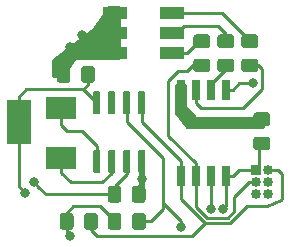
<source format=gbr>
G04 #@! TF.GenerationSoftware,KiCad,Pcbnew,(5.1.5)-3*
G04 #@! TF.CreationDate,2020-12-31T17:50:50-05:00*
G04 #@! TF.ProjectId,Ring Watch V1,52696e67-2057-4617-9463-682056312e6b,rev?*
G04 #@! TF.SameCoordinates,Original*
G04 #@! TF.FileFunction,Copper,L1,Top*
G04 #@! TF.FilePolarity,Positive*
%FSLAX46Y46*%
G04 Gerber Fmt 4.6, Leading zero omitted, Abs format (unit mm)*
G04 Created by KiCad (PCBNEW (5.1.5)-3) date 2020-12-31 17:50:50*
%MOMM*%
%LPD*%
G04 APERTURE LIST*
%ADD10C,0.100000*%
%ADD11O,0.850000X0.850000*%
%ADD12R,0.850000X0.850000*%
%ADD13R,0.650000X1.700000*%
%ADD14R,2.000000X1.100000*%
%ADD15R,2.600000X1.900000*%
%ADD16R,2.000000X3.800000*%
%ADD17C,0.800000*%
%ADD18C,0.250000*%
%ADD19C,0.254000*%
G04 APERTURE END LIST*
G04 #@! TA.AperFunction,SMDPad,CuDef*
D10*
G36*
X96352505Y-115887204D02*
G01*
X96376773Y-115890804D01*
X96400572Y-115896765D01*
X96423671Y-115905030D01*
X96445850Y-115915520D01*
X96466893Y-115928132D01*
X96486599Y-115942747D01*
X96504777Y-115959223D01*
X96521253Y-115977401D01*
X96535868Y-115997107D01*
X96548480Y-116018150D01*
X96558970Y-116040329D01*
X96567235Y-116063428D01*
X96573196Y-116087227D01*
X96576796Y-116111495D01*
X96578000Y-116135999D01*
X96578000Y-117036001D01*
X96576796Y-117060505D01*
X96573196Y-117084773D01*
X96567235Y-117108572D01*
X96558970Y-117131671D01*
X96548480Y-117153850D01*
X96535868Y-117174893D01*
X96521253Y-117194599D01*
X96504777Y-117212777D01*
X96486599Y-117229253D01*
X96466893Y-117243868D01*
X96445850Y-117256480D01*
X96423671Y-117266970D01*
X96400572Y-117275235D01*
X96376773Y-117281196D01*
X96352505Y-117284796D01*
X96328001Y-117286000D01*
X95677999Y-117286000D01*
X95653495Y-117284796D01*
X95629227Y-117281196D01*
X95605428Y-117275235D01*
X95582329Y-117266970D01*
X95560150Y-117256480D01*
X95539107Y-117243868D01*
X95519401Y-117229253D01*
X95501223Y-117212777D01*
X95484747Y-117194599D01*
X95470132Y-117174893D01*
X95457520Y-117153850D01*
X95447030Y-117131671D01*
X95438765Y-117108572D01*
X95432804Y-117084773D01*
X95429204Y-117060505D01*
X95428000Y-117036001D01*
X95428000Y-116135999D01*
X95429204Y-116111495D01*
X95432804Y-116087227D01*
X95438765Y-116063428D01*
X95447030Y-116040329D01*
X95457520Y-116018150D01*
X95470132Y-115997107D01*
X95484747Y-115977401D01*
X95501223Y-115959223D01*
X95519401Y-115942747D01*
X95539107Y-115928132D01*
X95560150Y-115915520D01*
X95582329Y-115905030D01*
X95605428Y-115896765D01*
X95629227Y-115890804D01*
X95653495Y-115887204D01*
X95677999Y-115886000D01*
X96328001Y-115886000D01*
X96352505Y-115887204D01*
G37*
G04 #@! TD.AperFunction*
G04 #@! TA.AperFunction,SMDPad,CuDef*
G36*
X98402505Y-115887204D02*
G01*
X98426773Y-115890804D01*
X98450572Y-115896765D01*
X98473671Y-115905030D01*
X98495850Y-115915520D01*
X98516893Y-115928132D01*
X98536599Y-115942747D01*
X98554777Y-115959223D01*
X98571253Y-115977401D01*
X98585868Y-115997107D01*
X98598480Y-116018150D01*
X98608970Y-116040329D01*
X98617235Y-116063428D01*
X98623196Y-116087227D01*
X98626796Y-116111495D01*
X98628000Y-116135999D01*
X98628000Y-117036001D01*
X98626796Y-117060505D01*
X98623196Y-117084773D01*
X98617235Y-117108572D01*
X98608970Y-117131671D01*
X98598480Y-117153850D01*
X98585868Y-117174893D01*
X98571253Y-117194599D01*
X98554777Y-117212777D01*
X98536599Y-117229253D01*
X98516893Y-117243868D01*
X98495850Y-117256480D01*
X98473671Y-117266970D01*
X98450572Y-117275235D01*
X98426773Y-117281196D01*
X98402505Y-117284796D01*
X98378001Y-117286000D01*
X97727999Y-117286000D01*
X97703495Y-117284796D01*
X97679227Y-117281196D01*
X97655428Y-117275235D01*
X97632329Y-117266970D01*
X97610150Y-117256480D01*
X97589107Y-117243868D01*
X97569401Y-117229253D01*
X97551223Y-117212777D01*
X97534747Y-117194599D01*
X97520132Y-117174893D01*
X97507520Y-117153850D01*
X97497030Y-117131671D01*
X97488765Y-117108572D01*
X97482804Y-117084773D01*
X97479204Y-117060505D01*
X97478000Y-117036001D01*
X97478000Y-116135999D01*
X97479204Y-116111495D01*
X97482804Y-116087227D01*
X97488765Y-116063428D01*
X97497030Y-116040329D01*
X97507520Y-116018150D01*
X97520132Y-115997107D01*
X97534747Y-115977401D01*
X97551223Y-115959223D01*
X97569401Y-115942747D01*
X97589107Y-115928132D01*
X97610150Y-115915520D01*
X97632329Y-115905030D01*
X97655428Y-115896765D01*
X97679227Y-115890804D01*
X97703495Y-115887204D01*
X97727999Y-115886000D01*
X98378001Y-115886000D01*
X98402505Y-115887204D01*
G37*
G04 #@! TD.AperFunction*
G04 #@! TA.AperFunction,SMDPad,CuDef*
G36*
X92297505Y-115887204D02*
G01*
X92321773Y-115890804D01*
X92345572Y-115896765D01*
X92368671Y-115905030D01*
X92390850Y-115915520D01*
X92411893Y-115928132D01*
X92431599Y-115942747D01*
X92449777Y-115959223D01*
X92466253Y-115977401D01*
X92480868Y-115997107D01*
X92493480Y-116018150D01*
X92503970Y-116040329D01*
X92512235Y-116063428D01*
X92518196Y-116087227D01*
X92521796Y-116111495D01*
X92523000Y-116135999D01*
X92523000Y-117036001D01*
X92521796Y-117060505D01*
X92518196Y-117084773D01*
X92512235Y-117108572D01*
X92503970Y-117131671D01*
X92493480Y-117153850D01*
X92480868Y-117174893D01*
X92466253Y-117194599D01*
X92449777Y-117212777D01*
X92431599Y-117229253D01*
X92411893Y-117243868D01*
X92390850Y-117256480D01*
X92368671Y-117266970D01*
X92345572Y-117275235D01*
X92321773Y-117281196D01*
X92297505Y-117284796D01*
X92273001Y-117286000D01*
X91622999Y-117286000D01*
X91598495Y-117284796D01*
X91574227Y-117281196D01*
X91550428Y-117275235D01*
X91527329Y-117266970D01*
X91505150Y-117256480D01*
X91484107Y-117243868D01*
X91464401Y-117229253D01*
X91446223Y-117212777D01*
X91429747Y-117194599D01*
X91415132Y-117174893D01*
X91402520Y-117153850D01*
X91392030Y-117131671D01*
X91383765Y-117108572D01*
X91377804Y-117084773D01*
X91374204Y-117060505D01*
X91373000Y-117036001D01*
X91373000Y-116135999D01*
X91374204Y-116111495D01*
X91377804Y-116087227D01*
X91383765Y-116063428D01*
X91392030Y-116040329D01*
X91402520Y-116018150D01*
X91415132Y-115997107D01*
X91429747Y-115977401D01*
X91446223Y-115959223D01*
X91464401Y-115942747D01*
X91484107Y-115928132D01*
X91505150Y-115915520D01*
X91527329Y-115905030D01*
X91550428Y-115896765D01*
X91574227Y-115890804D01*
X91598495Y-115887204D01*
X91622999Y-115886000D01*
X92273001Y-115886000D01*
X92297505Y-115887204D01*
G37*
G04 #@! TD.AperFunction*
G04 #@! TA.AperFunction,SMDPad,CuDef*
G36*
X94347505Y-115887204D02*
G01*
X94371773Y-115890804D01*
X94395572Y-115896765D01*
X94418671Y-115905030D01*
X94440850Y-115915520D01*
X94461893Y-115928132D01*
X94481599Y-115942747D01*
X94499777Y-115959223D01*
X94516253Y-115977401D01*
X94530868Y-115997107D01*
X94543480Y-116018150D01*
X94553970Y-116040329D01*
X94562235Y-116063428D01*
X94568196Y-116087227D01*
X94571796Y-116111495D01*
X94573000Y-116135999D01*
X94573000Y-117036001D01*
X94571796Y-117060505D01*
X94568196Y-117084773D01*
X94562235Y-117108572D01*
X94553970Y-117131671D01*
X94543480Y-117153850D01*
X94530868Y-117174893D01*
X94516253Y-117194599D01*
X94499777Y-117212777D01*
X94481599Y-117229253D01*
X94461893Y-117243868D01*
X94440850Y-117256480D01*
X94418671Y-117266970D01*
X94395572Y-117275235D01*
X94371773Y-117281196D01*
X94347505Y-117284796D01*
X94323001Y-117286000D01*
X93672999Y-117286000D01*
X93648495Y-117284796D01*
X93624227Y-117281196D01*
X93600428Y-117275235D01*
X93577329Y-117266970D01*
X93555150Y-117256480D01*
X93534107Y-117243868D01*
X93514401Y-117229253D01*
X93496223Y-117212777D01*
X93479747Y-117194599D01*
X93465132Y-117174893D01*
X93452520Y-117153850D01*
X93442030Y-117131671D01*
X93433765Y-117108572D01*
X93427804Y-117084773D01*
X93424204Y-117060505D01*
X93423000Y-117036001D01*
X93423000Y-116135999D01*
X93424204Y-116111495D01*
X93427804Y-116087227D01*
X93433765Y-116063428D01*
X93442030Y-116040329D01*
X93452520Y-116018150D01*
X93465132Y-115997107D01*
X93479747Y-115977401D01*
X93496223Y-115959223D01*
X93514401Y-115942747D01*
X93534107Y-115928132D01*
X93555150Y-115915520D01*
X93577329Y-115905030D01*
X93600428Y-115896765D01*
X93624227Y-115890804D01*
X93648495Y-115887204D01*
X93672999Y-115886000D01*
X94323001Y-115886000D01*
X94347505Y-115887204D01*
G37*
G04 #@! TD.AperFunction*
G04 #@! TA.AperFunction,SMDPad,CuDef*
G36*
X92034505Y-103441204D02*
G01*
X92058773Y-103444804D01*
X92082572Y-103450765D01*
X92105671Y-103459030D01*
X92127850Y-103469520D01*
X92148893Y-103482132D01*
X92168599Y-103496747D01*
X92186777Y-103513223D01*
X92203253Y-103531401D01*
X92217868Y-103551107D01*
X92230480Y-103572150D01*
X92240970Y-103594329D01*
X92249235Y-103617428D01*
X92255196Y-103641227D01*
X92258796Y-103665495D01*
X92260000Y-103689999D01*
X92260000Y-104590001D01*
X92258796Y-104614505D01*
X92255196Y-104638773D01*
X92249235Y-104662572D01*
X92240970Y-104685671D01*
X92230480Y-104707850D01*
X92217868Y-104728893D01*
X92203253Y-104748599D01*
X92186777Y-104766777D01*
X92168599Y-104783253D01*
X92148893Y-104797868D01*
X92127850Y-104810480D01*
X92105671Y-104820970D01*
X92082572Y-104829235D01*
X92058773Y-104835196D01*
X92034505Y-104838796D01*
X92010001Y-104840000D01*
X91359999Y-104840000D01*
X91335495Y-104838796D01*
X91311227Y-104835196D01*
X91287428Y-104829235D01*
X91264329Y-104820970D01*
X91242150Y-104810480D01*
X91221107Y-104797868D01*
X91201401Y-104783253D01*
X91183223Y-104766777D01*
X91166747Y-104748599D01*
X91152132Y-104728893D01*
X91139520Y-104707850D01*
X91129030Y-104685671D01*
X91120765Y-104662572D01*
X91114804Y-104638773D01*
X91111204Y-104614505D01*
X91110000Y-104590001D01*
X91110000Y-103689999D01*
X91111204Y-103665495D01*
X91114804Y-103641227D01*
X91120765Y-103617428D01*
X91129030Y-103594329D01*
X91139520Y-103572150D01*
X91152132Y-103551107D01*
X91166747Y-103531401D01*
X91183223Y-103513223D01*
X91201401Y-103496747D01*
X91221107Y-103482132D01*
X91242150Y-103469520D01*
X91264329Y-103459030D01*
X91287428Y-103450765D01*
X91311227Y-103444804D01*
X91335495Y-103441204D01*
X91359999Y-103440000D01*
X92010001Y-103440000D01*
X92034505Y-103441204D01*
G37*
G04 #@! TD.AperFunction*
G04 #@! TA.AperFunction,SMDPad,CuDef*
G36*
X94084505Y-103441204D02*
G01*
X94108773Y-103444804D01*
X94132572Y-103450765D01*
X94155671Y-103459030D01*
X94177850Y-103469520D01*
X94198893Y-103482132D01*
X94218599Y-103496747D01*
X94236777Y-103513223D01*
X94253253Y-103531401D01*
X94267868Y-103551107D01*
X94280480Y-103572150D01*
X94290970Y-103594329D01*
X94299235Y-103617428D01*
X94305196Y-103641227D01*
X94308796Y-103665495D01*
X94310000Y-103689999D01*
X94310000Y-104590001D01*
X94308796Y-104614505D01*
X94305196Y-104638773D01*
X94299235Y-104662572D01*
X94290970Y-104685671D01*
X94280480Y-104707850D01*
X94267868Y-104728893D01*
X94253253Y-104748599D01*
X94236777Y-104766777D01*
X94218599Y-104783253D01*
X94198893Y-104797868D01*
X94177850Y-104810480D01*
X94155671Y-104820970D01*
X94132572Y-104829235D01*
X94108773Y-104835196D01*
X94084505Y-104838796D01*
X94060001Y-104840000D01*
X93409999Y-104840000D01*
X93385495Y-104838796D01*
X93361227Y-104835196D01*
X93337428Y-104829235D01*
X93314329Y-104820970D01*
X93292150Y-104810480D01*
X93271107Y-104797868D01*
X93251401Y-104783253D01*
X93233223Y-104766777D01*
X93216747Y-104748599D01*
X93202132Y-104728893D01*
X93189520Y-104707850D01*
X93179030Y-104685671D01*
X93170765Y-104662572D01*
X93164804Y-104638773D01*
X93161204Y-104614505D01*
X93160000Y-104590001D01*
X93160000Y-103689999D01*
X93161204Y-103665495D01*
X93164804Y-103641227D01*
X93170765Y-103617428D01*
X93179030Y-103594329D01*
X93189520Y-103572150D01*
X93202132Y-103551107D01*
X93216747Y-103531401D01*
X93233223Y-103513223D01*
X93251401Y-103496747D01*
X93271107Y-103482132D01*
X93292150Y-103469520D01*
X93314329Y-103459030D01*
X93337428Y-103450765D01*
X93361227Y-103444804D01*
X93385495Y-103441204D01*
X93409999Y-103440000D01*
X94060001Y-103440000D01*
X94084505Y-103441204D01*
G37*
G04 #@! TD.AperFunction*
G04 #@! TA.AperFunction,SMDPad,CuDef*
G36*
X94652703Y-110531722D02*
G01*
X94667264Y-110533882D01*
X94681543Y-110537459D01*
X94695403Y-110542418D01*
X94708710Y-110548712D01*
X94721336Y-110556280D01*
X94733159Y-110565048D01*
X94744066Y-110574934D01*
X94753952Y-110585841D01*
X94762720Y-110597664D01*
X94770288Y-110610290D01*
X94776582Y-110623597D01*
X94781541Y-110637457D01*
X94785118Y-110651736D01*
X94787278Y-110666297D01*
X94788000Y-110681000D01*
X94788000Y-112331000D01*
X94787278Y-112345703D01*
X94785118Y-112360264D01*
X94781541Y-112374543D01*
X94776582Y-112388403D01*
X94770288Y-112401710D01*
X94762720Y-112414336D01*
X94753952Y-112426159D01*
X94744066Y-112437066D01*
X94733159Y-112446952D01*
X94721336Y-112455720D01*
X94708710Y-112463288D01*
X94695403Y-112469582D01*
X94681543Y-112474541D01*
X94667264Y-112478118D01*
X94652703Y-112480278D01*
X94638000Y-112481000D01*
X94338000Y-112481000D01*
X94323297Y-112480278D01*
X94308736Y-112478118D01*
X94294457Y-112474541D01*
X94280597Y-112469582D01*
X94267290Y-112463288D01*
X94254664Y-112455720D01*
X94242841Y-112446952D01*
X94231934Y-112437066D01*
X94222048Y-112426159D01*
X94213280Y-112414336D01*
X94205712Y-112401710D01*
X94199418Y-112388403D01*
X94194459Y-112374543D01*
X94190882Y-112360264D01*
X94188722Y-112345703D01*
X94188000Y-112331000D01*
X94188000Y-110681000D01*
X94188722Y-110666297D01*
X94190882Y-110651736D01*
X94194459Y-110637457D01*
X94199418Y-110623597D01*
X94205712Y-110610290D01*
X94213280Y-110597664D01*
X94222048Y-110585841D01*
X94231934Y-110574934D01*
X94242841Y-110565048D01*
X94254664Y-110556280D01*
X94267290Y-110548712D01*
X94280597Y-110542418D01*
X94294457Y-110537459D01*
X94308736Y-110533882D01*
X94323297Y-110531722D01*
X94338000Y-110531000D01*
X94638000Y-110531000D01*
X94652703Y-110531722D01*
G37*
G04 #@! TD.AperFunction*
G04 #@! TA.AperFunction,SMDPad,CuDef*
G36*
X95922703Y-110531722D02*
G01*
X95937264Y-110533882D01*
X95951543Y-110537459D01*
X95965403Y-110542418D01*
X95978710Y-110548712D01*
X95991336Y-110556280D01*
X96003159Y-110565048D01*
X96014066Y-110574934D01*
X96023952Y-110585841D01*
X96032720Y-110597664D01*
X96040288Y-110610290D01*
X96046582Y-110623597D01*
X96051541Y-110637457D01*
X96055118Y-110651736D01*
X96057278Y-110666297D01*
X96058000Y-110681000D01*
X96058000Y-112331000D01*
X96057278Y-112345703D01*
X96055118Y-112360264D01*
X96051541Y-112374543D01*
X96046582Y-112388403D01*
X96040288Y-112401710D01*
X96032720Y-112414336D01*
X96023952Y-112426159D01*
X96014066Y-112437066D01*
X96003159Y-112446952D01*
X95991336Y-112455720D01*
X95978710Y-112463288D01*
X95965403Y-112469582D01*
X95951543Y-112474541D01*
X95937264Y-112478118D01*
X95922703Y-112480278D01*
X95908000Y-112481000D01*
X95608000Y-112481000D01*
X95593297Y-112480278D01*
X95578736Y-112478118D01*
X95564457Y-112474541D01*
X95550597Y-112469582D01*
X95537290Y-112463288D01*
X95524664Y-112455720D01*
X95512841Y-112446952D01*
X95501934Y-112437066D01*
X95492048Y-112426159D01*
X95483280Y-112414336D01*
X95475712Y-112401710D01*
X95469418Y-112388403D01*
X95464459Y-112374543D01*
X95460882Y-112360264D01*
X95458722Y-112345703D01*
X95458000Y-112331000D01*
X95458000Y-110681000D01*
X95458722Y-110666297D01*
X95460882Y-110651736D01*
X95464459Y-110637457D01*
X95469418Y-110623597D01*
X95475712Y-110610290D01*
X95483280Y-110597664D01*
X95492048Y-110585841D01*
X95501934Y-110574934D01*
X95512841Y-110565048D01*
X95524664Y-110556280D01*
X95537290Y-110548712D01*
X95550597Y-110542418D01*
X95564457Y-110537459D01*
X95578736Y-110533882D01*
X95593297Y-110531722D01*
X95608000Y-110531000D01*
X95908000Y-110531000D01*
X95922703Y-110531722D01*
G37*
G04 #@! TD.AperFunction*
G04 #@! TA.AperFunction,SMDPad,CuDef*
G36*
X97192703Y-110531722D02*
G01*
X97207264Y-110533882D01*
X97221543Y-110537459D01*
X97235403Y-110542418D01*
X97248710Y-110548712D01*
X97261336Y-110556280D01*
X97273159Y-110565048D01*
X97284066Y-110574934D01*
X97293952Y-110585841D01*
X97302720Y-110597664D01*
X97310288Y-110610290D01*
X97316582Y-110623597D01*
X97321541Y-110637457D01*
X97325118Y-110651736D01*
X97327278Y-110666297D01*
X97328000Y-110681000D01*
X97328000Y-112331000D01*
X97327278Y-112345703D01*
X97325118Y-112360264D01*
X97321541Y-112374543D01*
X97316582Y-112388403D01*
X97310288Y-112401710D01*
X97302720Y-112414336D01*
X97293952Y-112426159D01*
X97284066Y-112437066D01*
X97273159Y-112446952D01*
X97261336Y-112455720D01*
X97248710Y-112463288D01*
X97235403Y-112469582D01*
X97221543Y-112474541D01*
X97207264Y-112478118D01*
X97192703Y-112480278D01*
X97178000Y-112481000D01*
X96878000Y-112481000D01*
X96863297Y-112480278D01*
X96848736Y-112478118D01*
X96834457Y-112474541D01*
X96820597Y-112469582D01*
X96807290Y-112463288D01*
X96794664Y-112455720D01*
X96782841Y-112446952D01*
X96771934Y-112437066D01*
X96762048Y-112426159D01*
X96753280Y-112414336D01*
X96745712Y-112401710D01*
X96739418Y-112388403D01*
X96734459Y-112374543D01*
X96730882Y-112360264D01*
X96728722Y-112345703D01*
X96728000Y-112331000D01*
X96728000Y-110681000D01*
X96728722Y-110666297D01*
X96730882Y-110651736D01*
X96734459Y-110637457D01*
X96739418Y-110623597D01*
X96745712Y-110610290D01*
X96753280Y-110597664D01*
X96762048Y-110585841D01*
X96771934Y-110574934D01*
X96782841Y-110565048D01*
X96794664Y-110556280D01*
X96807290Y-110548712D01*
X96820597Y-110542418D01*
X96834457Y-110537459D01*
X96848736Y-110533882D01*
X96863297Y-110531722D01*
X96878000Y-110531000D01*
X97178000Y-110531000D01*
X97192703Y-110531722D01*
G37*
G04 #@! TD.AperFunction*
G04 #@! TA.AperFunction,SMDPad,CuDef*
G36*
X98462703Y-110531722D02*
G01*
X98477264Y-110533882D01*
X98491543Y-110537459D01*
X98505403Y-110542418D01*
X98518710Y-110548712D01*
X98531336Y-110556280D01*
X98543159Y-110565048D01*
X98554066Y-110574934D01*
X98563952Y-110585841D01*
X98572720Y-110597664D01*
X98580288Y-110610290D01*
X98586582Y-110623597D01*
X98591541Y-110637457D01*
X98595118Y-110651736D01*
X98597278Y-110666297D01*
X98598000Y-110681000D01*
X98598000Y-112331000D01*
X98597278Y-112345703D01*
X98595118Y-112360264D01*
X98591541Y-112374543D01*
X98586582Y-112388403D01*
X98580288Y-112401710D01*
X98572720Y-112414336D01*
X98563952Y-112426159D01*
X98554066Y-112437066D01*
X98543159Y-112446952D01*
X98531336Y-112455720D01*
X98518710Y-112463288D01*
X98505403Y-112469582D01*
X98491543Y-112474541D01*
X98477264Y-112478118D01*
X98462703Y-112480278D01*
X98448000Y-112481000D01*
X98148000Y-112481000D01*
X98133297Y-112480278D01*
X98118736Y-112478118D01*
X98104457Y-112474541D01*
X98090597Y-112469582D01*
X98077290Y-112463288D01*
X98064664Y-112455720D01*
X98052841Y-112446952D01*
X98041934Y-112437066D01*
X98032048Y-112426159D01*
X98023280Y-112414336D01*
X98015712Y-112401710D01*
X98009418Y-112388403D01*
X98004459Y-112374543D01*
X98000882Y-112360264D01*
X97998722Y-112345703D01*
X97998000Y-112331000D01*
X97998000Y-110681000D01*
X97998722Y-110666297D01*
X98000882Y-110651736D01*
X98004459Y-110637457D01*
X98009418Y-110623597D01*
X98015712Y-110610290D01*
X98023280Y-110597664D01*
X98032048Y-110585841D01*
X98041934Y-110574934D01*
X98052841Y-110565048D01*
X98064664Y-110556280D01*
X98077290Y-110548712D01*
X98090597Y-110542418D01*
X98104457Y-110537459D01*
X98118736Y-110533882D01*
X98133297Y-110531722D01*
X98148000Y-110531000D01*
X98448000Y-110531000D01*
X98462703Y-110531722D01*
G37*
G04 #@! TD.AperFunction*
G04 #@! TA.AperFunction,SMDPad,CuDef*
G36*
X98462703Y-105581722D02*
G01*
X98477264Y-105583882D01*
X98491543Y-105587459D01*
X98505403Y-105592418D01*
X98518710Y-105598712D01*
X98531336Y-105606280D01*
X98543159Y-105615048D01*
X98554066Y-105624934D01*
X98563952Y-105635841D01*
X98572720Y-105647664D01*
X98580288Y-105660290D01*
X98586582Y-105673597D01*
X98591541Y-105687457D01*
X98595118Y-105701736D01*
X98597278Y-105716297D01*
X98598000Y-105731000D01*
X98598000Y-107381000D01*
X98597278Y-107395703D01*
X98595118Y-107410264D01*
X98591541Y-107424543D01*
X98586582Y-107438403D01*
X98580288Y-107451710D01*
X98572720Y-107464336D01*
X98563952Y-107476159D01*
X98554066Y-107487066D01*
X98543159Y-107496952D01*
X98531336Y-107505720D01*
X98518710Y-107513288D01*
X98505403Y-107519582D01*
X98491543Y-107524541D01*
X98477264Y-107528118D01*
X98462703Y-107530278D01*
X98448000Y-107531000D01*
X98148000Y-107531000D01*
X98133297Y-107530278D01*
X98118736Y-107528118D01*
X98104457Y-107524541D01*
X98090597Y-107519582D01*
X98077290Y-107513288D01*
X98064664Y-107505720D01*
X98052841Y-107496952D01*
X98041934Y-107487066D01*
X98032048Y-107476159D01*
X98023280Y-107464336D01*
X98015712Y-107451710D01*
X98009418Y-107438403D01*
X98004459Y-107424543D01*
X98000882Y-107410264D01*
X97998722Y-107395703D01*
X97998000Y-107381000D01*
X97998000Y-105731000D01*
X97998722Y-105716297D01*
X98000882Y-105701736D01*
X98004459Y-105687457D01*
X98009418Y-105673597D01*
X98015712Y-105660290D01*
X98023280Y-105647664D01*
X98032048Y-105635841D01*
X98041934Y-105624934D01*
X98052841Y-105615048D01*
X98064664Y-105606280D01*
X98077290Y-105598712D01*
X98090597Y-105592418D01*
X98104457Y-105587459D01*
X98118736Y-105583882D01*
X98133297Y-105581722D01*
X98148000Y-105581000D01*
X98448000Y-105581000D01*
X98462703Y-105581722D01*
G37*
G04 #@! TD.AperFunction*
G04 #@! TA.AperFunction,SMDPad,CuDef*
G36*
X97192703Y-105581722D02*
G01*
X97207264Y-105583882D01*
X97221543Y-105587459D01*
X97235403Y-105592418D01*
X97248710Y-105598712D01*
X97261336Y-105606280D01*
X97273159Y-105615048D01*
X97284066Y-105624934D01*
X97293952Y-105635841D01*
X97302720Y-105647664D01*
X97310288Y-105660290D01*
X97316582Y-105673597D01*
X97321541Y-105687457D01*
X97325118Y-105701736D01*
X97327278Y-105716297D01*
X97328000Y-105731000D01*
X97328000Y-107381000D01*
X97327278Y-107395703D01*
X97325118Y-107410264D01*
X97321541Y-107424543D01*
X97316582Y-107438403D01*
X97310288Y-107451710D01*
X97302720Y-107464336D01*
X97293952Y-107476159D01*
X97284066Y-107487066D01*
X97273159Y-107496952D01*
X97261336Y-107505720D01*
X97248710Y-107513288D01*
X97235403Y-107519582D01*
X97221543Y-107524541D01*
X97207264Y-107528118D01*
X97192703Y-107530278D01*
X97178000Y-107531000D01*
X96878000Y-107531000D01*
X96863297Y-107530278D01*
X96848736Y-107528118D01*
X96834457Y-107524541D01*
X96820597Y-107519582D01*
X96807290Y-107513288D01*
X96794664Y-107505720D01*
X96782841Y-107496952D01*
X96771934Y-107487066D01*
X96762048Y-107476159D01*
X96753280Y-107464336D01*
X96745712Y-107451710D01*
X96739418Y-107438403D01*
X96734459Y-107424543D01*
X96730882Y-107410264D01*
X96728722Y-107395703D01*
X96728000Y-107381000D01*
X96728000Y-105731000D01*
X96728722Y-105716297D01*
X96730882Y-105701736D01*
X96734459Y-105687457D01*
X96739418Y-105673597D01*
X96745712Y-105660290D01*
X96753280Y-105647664D01*
X96762048Y-105635841D01*
X96771934Y-105624934D01*
X96782841Y-105615048D01*
X96794664Y-105606280D01*
X96807290Y-105598712D01*
X96820597Y-105592418D01*
X96834457Y-105587459D01*
X96848736Y-105583882D01*
X96863297Y-105581722D01*
X96878000Y-105581000D01*
X97178000Y-105581000D01*
X97192703Y-105581722D01*
G37*
G04 #@! TD.AperFunction*
G04 #@! TA.AperFunction,SMDPad,CuDef*
G36*
X95922703Y-105581722D02*
G01*
X95937264Y-105583882D01*
X95951543Y-105587459D01*
X95965403Y-105592418D01*
X95978710Y-105598712D01*
X95991336Y-105606280D01*
X96003159Y-105615048D01*
X96014066Y-105624934D01*
X96023952Y-105635841D01*
X96032720Y-105647664D01*
X96040288Y-105660290D01*
X96046582Y-105673597D01*
X96051541Y-105687457D01*
X96055118Y-105701736D01*
X96057278Y-105716297D01*
X96058000Y-105731000D01*
X96058000Y-107381000D01*
X96057278Y-107395703D01*
X96055118Y-107410264D01*
X96051541Y-107424543D01*
X96046582Y-107438403D01*
X96040288Y-107451710D01*
X96032720Y-107464336D01*
X96023952Y-107476159D01*
X96014066Y-107487066D01*
X96003159Y-107496952D01*
X95991336Y-107505720D01*
X95978710Y-107513288D01*
X95965403Y-107519582D01*
X95951543Y-107524541D01*
X95937264Y-107528118D01*
X95922703Y-107530278D01*
X95908000Y-107531000D01*
X95608000Y-107531000D01*
X95593297Y-107530278D01*
X95578736Y-107528118D01*
X95564457Y-107524541D01*
X95550597Y-107519582D01*
X95537290Y-107513288D01*
X95524664Y-107505720D01*
X95512841Y-107496952D01*
X95501934Y-107487066D01*
X95492048Y-107476159D01*
X95483280Y-107464336D01*
X95475712Y-107451710D01*
X95469418Y-107438403D01*
X95464459Y-107424543D01*
X95460882Y-107410264D01*
X95458722Y-107395703D01*
X95458000Y-107381000D01*
X95458000Y-105731000D01*
X95458722Y-105716297D01*
X95460882Y-105701736D01*
X95464459Y-105687457D01*
X95469418Y-105673597D01*
X95475712Y-105660290D01*
X95483280Y-105647664D01*
X95492048Y-105635841D01*
X95501934Y-105624934D01*
X95512841Y-105615048D01*
X95524664Y-105606280D01*
X95537290Y-105598712D01*
X95550597Y-105592418D01*
X95564457Y-105587459D01*
X95578736Y-105583882D01*
X95593297Y-105581722D01*
X95608000Y-105581000D01*
X95908000Y-105581000D01*
X95922703Y-105581722D01*
G37*
G04 #@! TD.AperFunction*
G04 #@! TA.AperFunction,SMDPad,CuDef*
G36*
X94652703Y-105581722D02*
G01*
X94667264Y-105583882D01*
X94681543Y-105587459D01*
X94695403Y-105592418D01*
X94708710Y-105598712D01*
X94721336Y-105606280D01*
X94733159Y-105615048D01*
X94744066Y-105624934D01*
X94753952Y-105635841D01*
X94762720Y-105647664D01*
X94770288Y-105660290D01*
X94776582Y-105673597D01*
X94781541Y-105687457D01*
X94785118Y-105701736D01*
X94787278Y-105716297D01*
X94788000Y-105731000D01*
X94788000Y-107381000D01*
X94787278Y-107395703D01*
X94785118Y-107410264D01*
X94781541Y-107424543D01*
X94776582Y-107438403D01*
X94770288Y-107451710D01*
X94762720Y-107464336D01*
X94753952Y-107476159D01*
X94744066Y-107487066D01*
X94733159Y-107496952D01*
X94721336Y-107505720D01*
X94708710Y-107513288D01*
X94695403Y-107519582D01*
X94681543Y-107524541D01*
X94667264Y-107528118D01*
X94652703Y-107530278D01*
X94638000Y-107531000D01*
X94338000Y-107531000D01*
X94323297Y-107530278D01*
X94308736Y-107528118D01*
X94294457Y-107524541D01*
X94280597Y-107519582D01*
X94267290Y-107513288D01*
X94254664Y-107505720D01*
X94242841Y-107496952D01*
X94231934Y-107487066D01*
X94222048Y-107476159D01*
X94213280Y-107464336D01*
X94205712Y-107451710D01*
X94199418Y-107438403D01*
X94194459Y-107424543D01*
X94190882Y-107410264D01*
X94188722Y-107395703D01*
X94188000Y-107381000D01*
X94188000Y-105731000D01*
X94188722Y-105716297D01*
X94190882Y-105701736D01*
X94194459Y-105687457D01*
X94199418Y-105673597D01*
X94205712Y-105660290D01*
X94213280Y-105647664D01*
X94222048Y-105635841D01*
X94231934Y-105624934D01*
X94242841Y-105615048D01*
X94254664Y-105606280D01*
X94267290Y-105598712D01*
X94280597Y-105592418D01*
X94294457Y-105587459D01*
X94308736Y-105583882D01*
X94323297Y-105581722D01*
X94338000Y-105581000D01*
X94638000Y-105581000D01*
X94652703Y-105581722D01*
G37*
G04 #@! TD.AperFunction*
G04 #@! TA.AperFunction,SMDPad,CuDef*
G36*
X98393505Y-113601204D02*
G01*
X98417773Y-113604804D01*
X98441572Y-113610765D01*
X98464671Y-113619030D01*
X98486850Y-113629520D01*
X98507893Y-113642132D01*
X98527599Y-113656747D01*
X98545777Y-113673223D01*
X98562253Y-113691401D01*
X98576868Y-113711107D01*
X98589480Y-113732150D01*
X98599970Y-113754329D01*
X98608235Y-113777428D01*
X98614196Y-113801227D01*
X98617796Y-113825495D01*
X98619000Y-113849999D01*
X98619000Y-114750001D01*
X98617796Y-114774505D01*
X98614196Y-114798773D01*
X98608235Y-114822572D01*
X98599970Y-114845671D01*
X98589480Y-114867850D01*
X98576868Y-114888893D01*
X98562253Y-114908599D01*
X98545777Y-114926777D01*
X98527599Y-114943253D01*
X98507893Y-114957868D01*
X98486850Y-114970480D01*
X98464671Y-114980970D01*
X98441572Y-114989235D01*
X98417773Y-114995196D01*
X98393505Y-114998796D01*
X98369001Y-115000000D01*
X97718999Y-115000000D01*
X97694495Y-114998796D01*
X97670227Y-114995196D01*
X97646428Y-114989235D01*
X97623329Y-114980970D01*
X97601150Y-114970480D01*
X97580107Y-114957868D01*
X97560401Y-114943253D01*
X97542223Y-114926777D01*
X97525747Y-114908599D01*
X97511132Y-114888893D01*
X97498520Y-114867850D01*
X97488030Y-114845671D01*
X97479765Y-114822572D01*
X97473804Y-114798773D01*
X97470204Y-114774505D01*
X97469000Y-114750001D01*
X97469000Y-113849999D01*
X97470204Y-113825495D01*
X97473804Y-113801227D01*
X97479765Y-113777428D01*
X97488030Y-113754329D01*
X97498520Y-113732150D01*
X97511132Y-113711107D01*
X97525747Y-113691401D01*
X97542223Y-113673223D01*
X97560401Y-113656747D01*
X97580107Y-113642132D01*
X97601150Y-113629520D01*
X97623329Y-113619030D01*
X97646428Y-113610765D01*
X97670227Y-113604804D01*
X97694495Y-113601204D01*
X97718999Y-113600000D01*
X98369001Y-113600000D01*
X98393505Y-113601204D01*
G37*
G04 #@! TD.AperFunction*
G04 #@! TA.AperFunction,SMDPad,CuDef*
G36*
X96343505Y-113601204D02*
G01*
X96367773Y-113604804D01*
X96391572Y-113610765D01*
X96414671Y-113619030D01*
X96436850Y-113629520D01*
X96457893Y-113642132D01*
X96477599Y-113656747D01*
X96495777Y-113673223D01*
X96512253Y-113691401D01*
X96526868Y-113711107D01*
X96539480Y-113732150D01*
X96549970Y-113754329D01*
X96558235Y-113777428D01*
X96564196Y-113801227D01*
X96567796Y-113825495D01*
X96569000Y-113849999D01*
X96569000Y-114750001D01*
X96567796Y-114774505D01*
X96564196Y-114798773D01*
X96558235Y-114822572D01*
X96549970Y-114845671D01*
X96539480Y-114867850D01*
X96526868Y-114888893D01*
X96512253Y-114908599D01*
X96495777Y-114926777D01*
X96477599Y-114943253D01*
X96457893Y-114957868D01*
X96436850Y-114970480D01*
X96414671Y-114980970D01*
X96391572Y-114989235D01*
X96367773Y-114995196D01*
X96343505Y-114998796D01*
X96319001Y-115000000D01*
X95668999Y-115000000D01*
X95644495Y-114998796D01*
X95620227Y-114995196D01*
X95596428Y-114989235D01*
X95573329Y-114980970D01*
X95551150Y-114970480D01*
X95530107Y-114957868D01*
X95510401Y-114943253D01*
X95492223Y-114926777D01*
X95475747Y-114908599D01*
X95461132Y-114888893D01*
X95448520Y-114867850D01*
X95438030Y-114845671D01*
X95429765Y-114822572D01*
X95423804Y-114798773D01*
X95420204Y-114774505D01*
X95419000Y-114750001D01*
X95419000Y-113849999D01*
X95420204Y-113825495D01*
X95423804Y-113801227D01*
X95429765Y-113777428D01*
X95438030Y-113754329D01*
X95448520Y-113732150D01*
X95461132Y-113711107D01*
X95475747Y-113691401D01*
X95492223Y-113673223D01*
X95510401Y-113656747D01*
X95530107Y-113642132D01*
X95551150Y-113629520D01*
X95573329Y-113619030D01*
X95596428Y-113610765D01*
X95620227Y-113604804D01*
X95644495Y-113601204D01*
X95668999Y-113600000D01*
X96319001Y-113600000D01*
X96343505Y-113601204D01*
G37*
G04 #@! TD.AperFunction*
D11*
X108966000Y-114268000D03*
X107966000Y-114268000D03*
X108966000Y-113268000D03*
X107966000Y-113268000D03*
X108966000Y-112268000D03*
D12*
X107966000Y-112268000D03*
D13*
X105410000Y-105476000D03*
X104140000Y-105476000D03*
X102870000Y-105476000D03*
X101600000Y-105476000D03*
X101600000Y-112776000D03*
X102870000Y-112776000D03*
X104140000Y-112776000D03*
X105410000Y-112776000D03*
D14*
X96038000Y-98962000D03*
X96038000Y-100662000D03*
X96038000Y-102362000D03*
X100838000Y-102362000D03*
X100838000Y-100662000D03*
X100838000Y-98962000D03*
G04 #@! TA.AperFunction,SMDPad,CuDef*
D10*
G36*
X108932505Y-107358204D02*
G01*
X108956773Y-107361804D01*
X108980572Y-107367765D01*
X109003671Y-107376030D01*
X109025850Y-107386520D01*
X109046893Y-107399132D01*
X109066599Y-107413747D01*
X109084777Y-107430223D01*
X109101253Y-107448401D01*
X109115868Y-107468107D01*
X109128480Y-107489150D01*
X109138970Y-107511329D01*
X109147235Y-107534428D01*
X109153196Y-107558227D01*
X109156796Y-107582495D01*
X109158000Y-107606999D01*
X109158000Y-108257001D01*
X109156796Y-108281505D01*
X109153196Y-108305773D01*
X109147235Y-108329572D01*
X109138970Y-108352671D01*
X109128480Y-108374850D01*
X109115868Y-108395893D01*
X109101253Y-108415599D01*
X109084777Y-108433777D01*
X109066599Y-108450253D01*
X109046893Y-108464868D01*
X109025850Y-108477480D01*
X109003671Y-108487970D01*
X108980572Y-108496235D01*
X108956773Y-108502196D01*
X108932505Y-108505796D01*
X108908001Y-108507000D01*
X108007999Y-108507000D01*
X107983495Y-108505796D01*
X107959227Y-108502196D01*
X107935428Y-108496235D01*
X107912329Y-108487970D01*
X107890150Y-108477480D01*
X107869107Y-108464868D01*
X107849401Y-108450253D01*
X107831223Y-108433777D01*
X107814747Y-108415599D01*
X107800132Y-108395893D01*
X107787520Y-108374850D01*
X107777030Y-108352671D01*
X107768765Y-108329572D01*
X107762804Y-108305773D01*
X107759204Y-108281505D01*
X107758000Y-108257001D01*
X107758000Y-107606999D01*
X107759204Y-107582495D01*
X107762804Y-107558227D01*
X107768765Y-107534428D01*
X107777030Y-107511329D01*
X107787520Y-107489150D01*
X107800132Y-107468107D01*
X107814747Y-107448401D01*
X107831223Y-107430223D01*
X107849401Y-107413747D01*
X107869107Y-107399132D01*
X107890150Y-107386520D01*
X107912329Y-107376030D01*
X107935428Y-107367765D01*
X107959227Y-107361804D01*
X107983495Y-107358204D01*
X108007999Y-107357000D01*
X108908001Y-107357000D01*
X108932505Y-107358204D01*
G37*
G04 #@! TD.AperFunction*
G04 #@! TA.AperFunction,SMDPad,CuDef*
G36*
X108932505Y-109408204D02*
G01*
X108956773Y-109411804D01*
X108980572Y-109417765D01*
X109003671Y-109426030D01*
X109025850Y-109436520D01*
X109046893Y-109449132D01*
X109066599Y-109463747D01*
X109084777Y-109480223D01*
X109101253Y-109498401D01*
X109115868Y-109518107D01*
X109128480Y-109539150D01*
X109138970Y-109561329D01*
X109147235Y-109584428D01*
X109153196Y-109608227D01*
X109156796Y-109632495D01*
X109158000Y-109656999D01*
X109158000Y-110307001D01*
X109156796Y-110331505D01*
X109153196Y-110355773D01*
X109147235Y-110379572D01*
X109138970Y-110402671D01*
X109128480Y-110424850D01*
X109115868Y-110445893D01*
X109101253Y-110465599D01*
X109084777Y-110483777D01*
X109066599Y-110500253D01*
X109046893Y-110514868D01*
X109025850Y-110527480D01*
X109003671Y-110537970D01*
X108980572Y-110546235D01*
X108956773Y-110552196D01*
X108932505Y-110555796D01*
X108908001Y-110557000D01*
X108007999Y-110557000D01*
X107983495Y-110555796D01*
X107959227Y-110552196D01*
X107935428Y-110546235D01*
X107912329Y-110537970D01*
X107890150Y-110527480D01*
X107869107Y-110514868D01*
X107849401Y-110500253D01*
X107831223Y-110483777D01*
X107814747Y-110465599D01*
X107800132Y-110445893D01*
X107787520Y-110424850D01*
X107777030Y-110402671D01*
X107768765Y-110379572D01*
X107762804Y-110355773D01*
X107759204Y-110331505D01*
X107758000Y-110307001D01*
X107758000Y-109656999D01*
X107759204Y-109632495D01*
X107762804Y-109608227D01*
X107768765Y-109584428D01*
X107777030Y-109561329D01*
X107787520Y-109539150D01*
X107800132Y-109518107D01*
X107814747Y-109498401D01*
X107831223Y-109480223D01*
X107849401Y-109463747D01*
X107869107Y-109449132D01*
X107890150Y-109436520D01*
X107912329Y-109426030D01*
X107935428Y-109417765D01*
X107959227Y-109411804D01*
X107983495Y-109408204D01*
X108007999Y-109407000D01*
X108908001Y-109407000D01*
X108932505Y-109408204D01*
G37*
G04 #@! TD.AperFunction*
G04 #@! TA.AperFunction,SMDPad,CuDef*
G36*
X103852505Y-100754204D02*
G01*
X103876773Y-100757804D01*
X103900572Y-100763765D01*
X103923671Y-100772030D01*
X103945850Y-100782520D01*
X103966893Y-100795132D01*
X103986599Y-100809747D01*
X104004777Y-100826223D01*
X104021253Y-100844401D01*
X104035868Y-100864107D01*
X104048480Y-100885150D01*
X104058970Y-100907329D01*
X104067235Y-100930428D01*
X104073196Y-100954227D01*
X104076796Y-100978495D01*
X104078000Y-101002999D01*
X104078000Y-101653001D01*
X104076796Y-101677505D01*
X104073196Y-101701773D01*
X104067235Y-101725572D01*
X104058970Y-101748671D01*
X104048480Y-101770850D01*
X104035868Y-101791893D01*
X104021253Y-101811599D01*
X104004777Y-101829777D01*
X103986599Y-101846253D01*
X103966893Y-101860868D01*
X103945850Y-101873480D01*
X103923671Y-101883970D01*
X103900572Y-101892235D01*
X103876773Y-101898196D01*
X103852505Y-101901796D01*
X103828001Y-101903000D01*
X102927999Y-101903000D01*
X102903495Y-101901796D01*
X102879227Y-101898196D01*
X102855428Y-101892235D01*
X102832329Y-101883970D01*
X102810150Y-101873480D01*
X102789107Y-101860868D01*
X102769401Y-101846253D01*
X102751223Y-101829777D01*
X102734747Y-101811599D01*
X102720132Y-101791893D01*
X102707520Y-101770850D01*
X102697030Y-101748671D01*
X102688765Y-101725572D01*
X102682804Y-101701773D01*
X102679204Y-101677505D01*
X102678000Y-101653001D01*
X102678000Y-101002999D01*
X102679204Y-100978495D01*
X102682804Y-100954227D01*
X102688765Y-100930428D01*
X102697030Y-100907329D01*
X102707520Y-100885150D01*
X102720132Y-100864107D01*
X102734747Y-100844401D01*
X102751223Y-100826223D01*
X102769401Y-100809747D01*
X102789107Y-100795132D01*
X102810150Y-100782520D01*
X102832329Y-100772030D01*
X102855428Y-100763765D01*
X102879227Y-100757804D01*
X102903495Y-100754204D01*
X102927999Y-100753000D01*
X103828001Y-100753000D01*
X103852505Y-100754204D01*
G37*
G04 #@! TD.AperFunction*
G04 #@! TA.AperFunction,SMDPad,CuDef*
G36*
X103852505Y-102804204D02*
G01*
X103876773Y-102807804D01*
X103900572Y-102813765D01*
X103923671Y-102822030D01*
X103945850Y-102832520D01*
X103966893Y-102845132D01*
X103986599Y-102859747D01*
X104004777Y-102876223D01*
X104021253Y-102894401D01*
X104035868Y-102914107D01*
X104048480Y-102935150D01*
X104058970Y-102957329D01*
X104067235Y-102980428D01*
X104073196Y-103004227D01*
X104076796Y-103028495D01*
X104078000Y-103052999D01*
X104078000Y-103703001D01*
X104076796Y-103727505D01*
X104073196Y-103751773D01*
X104067235Y-103775572D01*
X104058970Y-103798671D01*
X104048480Y-103820850D01*
X104035868Y-103841893D01*
X104021253Y-103861599D01*
X104004777Y-103879777D01*
X103986599Y-103896253D01*
X103966893Y-103910868D01*
X103945850Y-103923480D01*
X103923671Y-103933970D01*
X103900572Y-103942235D01*
X103876773Y-103948196D01*
X103852505Y-103951796D01*
X103828001Y-103953000D01*
X102927999Y-103953000D01*
X102903495Y-103951796D01*
X102879227Y-103948196D01*
X102855428Y-103942235D01*
X102832329Y-103933970D01*
X102810150Y-103923480D01*
X102789107Y-103910868D01*
X102769401Y-103896253D01*
X102751223Y-103879777D01*
X102734747Y-103861599D01*
X102720132Y-103841893D01*
X102707520Y-103820850D01*
X102697030Y-103798671D01*
X102688765Y-103775572D01*
X102682804Y-103751773D01*
X102679204Y-103727505D01*
X102678000Y-103703001D01*
X102678000Y-103052999D01*
X102679204Y-103028495D01*
X102682804Y-103004227D01*
X102688765Y-102980428D01*
X102697030Y-102957329D01*
X102707520Y-102935150D01*
X102720132Y-102914107D01*
X102734747Y-102894401D01*
X102751223Y-102876223D01*
X102769401Y-102859747D01*
X102789107Y-102845132D01*
X102810150Y-102832520D01*
X102832329Y-102822030D01*
X102855428Y-102813765D01*
X102879227Y-102807804D01*
X102903495Y-102804204D01*
X102927999Y-102803000D01*
X103828001Y-102803000D01*
X103852505Y-102804204D01*
G37*
G04 #@! TD.AperFunction*
G04 #@! TA.AperFunction,SMDPad,CuDef*
G36*
X105884505Y-102804204D02*
G01*
X105908773Y-102807804D01*
X105932572Y-102813765D01*
X105955671Y-102822030D01*
X105977850Y-102832520D01*
X105998893Y-102845132D01*
X106018599Y-102859747D01*
X106036777Y-102876223D01*
X106053253Y-102894401D01*
X106067868Y-102914107D01*
X106080480Y-102935150D01*
X106090970Y-102957329D01*
X106099235Y-102980428D01*
X106105196Y-103004227D01*
X106108796Y-103028495D01*
X106110000Y-103052999D01*
X106110000Y-103703001D01*
X106108796Y-103727505D01*
X106105196Y-103751773D01*
X106099235Y-103775572D01*
X106090970Y-103798671D01*
X106080480Y-103820850D01*
X106067868Y-103841893D01*
X106053253Y-103861599D01*
X106036777Y-103879777D01*
X106018599Y-103896253D01*
X105998893Y-103910868D01*
X105977850Y-103923480D01*
X105955671Y-103933970D01*
X105932572Y-103942235D01*
X105908773Y-103948196D01*
X105884505Y-103951796D01*
X105860001Y-103953000D01*
X104959999Y-103953000D01*
X104935495Y-103951796D01*
X104911227Y-103948196D01*
X104887428Y-103942235D01*
X104864329Y-103933970D01*
X104842150Y-103923480D01*
X104821107Y-103910868D01*
X104801401Y-103896253D01*
X104783223Y-103879777D01*
X104766747Y-103861599D01*
X104752132Y-103841893D01*
X104739520Y-103820850D01*
X104729030Y-103798671D01*
X104720765Y-103775572D01*
X104714804Y-103751773D01*
X104711204Y-103727505D01*
X104710000Y-103703001D01*
X104710000Y-103052999D01*
X104711204Y-103028495D01*
X104714804Y-103004227D01*
X104720765Y-102980428D01*
X104729030Y-102957329D01*
X104739520Y-102935150D01*
X104752132Y-102914107D01*
X104766747Y-102894401D01*
X104783223Y-102876223D01*
X104801401Y-102859747D01*
X104821107Y-102845132D01*
X104842150Y-102832520D01*
X104864329Y-102822030D01*
X104887428Y-102813765D01*
X104911227Y-102807804D01*
X104935495Y-102804204D01*
X104959999Y-102803000D01*
X105860001Y-102803000D01*
X105884505Y-102804204D01*
G37*
G04 #@! TD.AperFunction*
G04 #@! TA.AperFunction,SMDPad,CuDef*
G36*
X105884505Y-100754204D02*
G01*
X105908773Y-100757804D01*
X105932572Y-100763765D01*
X105955671Y-100772030D01*
X105977850Y-100782520D01*
X105998893Y-100795132D01*
X106018599Y-100809747D01*
X106036777Y-100826223D01*
X106053253Y-100844401D01*
X106067868Y-100864107D01*
X106080480Y-100885150D01*
X106090970Y-100907329D01*
X106099235Y-100930428D01*
X106105196Y-100954227D01*
X106108796Y-100978495D01*
X106110000Y-101002999D01*
X106110000Y-101653001D01*
X106108796Y-101677505D01*
X106105196Y-101701773D01*
X106099235Y-101725572D01*
X106090970Y-101748671D01*
X106080480Y-101770850D01*
X106067868Y-101791893D01*
X106053253Y-101811599D01*
X106036777Y-101829777D01*
X106018599Y-101846253D01*
X105998893Y-101860868D01*
X105977850Y-101873480D01*
X105955671Y-101883970D01*
X105932572Y-101892235D01*
X105908773Y-101898196D01*
X105884505Y-101901796D01*
X105860001Y-101903000D01*
X104959999Y-101903000D01*
X104935495Y-101901796D01*
X104911227Y-101898196D01*
X104887428Y-101892235D01*
X104864329Y-101883970D01*
X104842150Y-101873480D01*
X104821107Y-101860868D01*
X104801401Y-101846253D01*
X104783223Y-101829777D01*
X104766747Y-101811599D01*
X104752132Y-101791893D01*
X104739520Y-101770850D01*
X104729030Y-101748671D01*
X104720765Y-101725572D01*
X104714804Y-101701773D01*
X104711204Y-101677505D01*
X104710000Y-101653001D01*
X104710000Y-101002999D01*
X104711204Y-100978495D01*
X104714804Y-100954227D01*
X104720765Y-100930428D01*
X104729030Y-100907329D01*
X104739520Y-100885150D01*
X104752132Y-100864107D01*
X104766747Y-100844401D01*
X104783223Y-100826223D01*
X104801401Y-100809747D01*
X104821107Y-100795132D01*
X104842150Y-100782520D01*
X104864329Y-100772030D01*
X104887428Y-100763765D01*
X104911227Y-100757804D01*
X104935495Y-100754204D01*
X104959999Y-100753000D01*
X105860001Y-100753000D01*
X105884505Y-100754204D01*
G37*
G04 #@! TD.AperFunction*
G04 #@! TA.AperFunction,SMDPad,CuDef*
G36*
X107916505Y-102804204D02*
G01*
X107940773Y-102807804D01*
X107964572Y-102813765D01*
X107987671Y-102822030D01*
X108009850Y-102832520D01*
X108030893Y-102845132D01*
X108050599Y-102859747D01*
X108068777Y-102876223D01*
X108085253Y-102894401D01*
X108099868Y-102914107D01*
X108112480Y-102935150D01*
X108122970Y-102957329D01*
X108131235Y-102980428D01*
X108137196Y-103004227D01*
X108140796Y-103028495D01*
X108142000Y-103052999D01*
X108142000Y-103703001D01*
X108140796Y-103727505D01*
X108137196Y-103751773D01*
X108131235Y-103775572D01*
X108122970Y-103798671D01*
X108112480Y-103820850D01*
X108099868Y-103841893D01*
X108085253Y-103861599D01*
X108068777Y-103879777D01*
X108050599Y-103896253D01*
X108030893Y-103910868D01*
X108009850Y-103923480D01*
X107987671Y-103933970D01*
X107964572Y-103942235D01*
X107940773Y-103948196D01*
X107916505Y-103951796D01*
X107892001Y-103953000D01*
X106991999Y-103953000D01*
X106967495Y-103951796D01*
X106943227Y-103948196D01*
X106919428Y-103942235D01*
X106896329Y-103933970D01*
X106874150Y-103923480D01*
X106853107Y-103910868D01*
X106833401Y-103896253D01*
X106815223Y-103879777D01*
X106798747Y-103861599D01*
X106784132Y-103841893D01*
X106771520Y-103820850D01*
X106761030Y-103798671D01*
X106752765Y-103775572D01*
X106746804Y-103751773D01*
X106743204Y-103727505D01*
X106742000Y-103703001D01*
X106742000Y-103052999D01*
X106743204Y-103028495D01*
X106746804Y-103004227D01*
X106752765Y-102980428D01*
X106761030Y-102957329D01*
X106771520Y-102935150D01*
X106784132Y-102914107D01*
X106798747Y-102894401D01*
X106815223Y-102876223D01*
X106833401Y-102859747D01*
X106853107Y-102845132D01*
X106874150Y-102832520D01*
X106896329Y-102822030D01*
X106919428Y-102813765D01*
X106943227Y-102807804D01*
X106967495Y-102804204D01*
X106991999Y-102803000D01*
X107892001Y-102803000D01*
X107916505Y-102804204D01*
G37*
G04 #@! TD.AperFunction*
G04 #@! TA.AperFunction,SMDPad,CuDef*
G36*
X107916505Y-100754204D02*
G01*
X107940773Y-100757804D01*
X107964572Y-100763765D01*
X107987671Y-100772030D01*
X108009850Y-100782520D01*
X108030893Y-100795132D01*
X108050599Y-100809747D01*
X108068777Y-100826223D01*
X108085253Y-100844401D01*
X108099868Y-100864107D01*
X108112480Y-100885150D01*
X108122970Y-100907329D01*
X108131235Y-100930428D01*
X108137196Y-100954227D01*
X108140796Y-100978495D01*
X108142000Y-101002999D01*
X108142000Y-101653001D01*
X108140796Y-101677505D01*
X108137196Y-101701773D01*
X108131235Y-101725572D01*
X108122970Y-101748671D01*
X108112480Y-101770850D01*
X108099868Y-101791893D01*
X108085253Y-101811599D01*
X108068777Y-101829777D01*
X108050599Y-101846253D01*
X108030893Y-101860868D01*
X108009850Y-101873480D01*
X107987671Y-101883970D01*
X107964572Y-101892235D01*
X107940773Y-101898196D01*
X107916505Y-101901796D01*
X107892001Y-101903000D01*
X106991999Y-101903000D01*
X106967495Y-101901796D01*
X106943227Y-101898196D01*
X106919428Y-101892235D01*
X106896329Y-101883970D01*
X106874150Y-101873480D01*
X106853107Y-101860868D01*
X106833401Y-101846253D01*
X106815223Y-101829777D01*
X106798747Y-101811599D01*
X106784132Y-101791893D01*
X106771520Y-101770850D01*
X106761030Y-101748671D01*
X106752765Y-101725572D01*
X106746804Y-101701773D01*
X106743204Y-101677505D01*
X106742000Y-101653001D01*
X106742000Y-101002999D01*
X106743204Y-100978495D01*
X106746804Y-100954227D01*
X106752765Y-100930428D01*
X106761030Y-100907329D01*
X106771520Y-100885150D01*
X106784132Y-100864107D01*
X106798747Y-100844401D01*
X106815223Y-100826223D01*
X106833401Y-100809747D01*
X106853107Y-100795132D01*
X106874150Y-100782520D01*
X106896329Y-100772030D01*
X106919428Y-100763765D01*
X106943227Y-100757804D01*
X106967495Y-100754204D01*
X106991999Y-100753000D01*
X107892001Y-100753000D01*
X107916505Y-100754204D01*
G37*
G04 #@! TD.AperFunction*
D15*
X91440000Y-111252000D03*
X91440000Y-106952000D03*
D16*
X87884000Y-108204000D03*
D17*
X89154000Y-113284010D03*
X105664000Y-108204000D03*
X103632000Y-108204000D03*
X101854000Y-107442000D03*
X92202000Y-101854000D03*
X93218000Y-100838000D03*
X94234000Y-100838000D03*
X93218000Y-101854000D03*
X94234000Y-101854000D03*
X98298000Y-113030000D03*
X101600000Y-117094000D03*
X104144660Y-115565340D03*
X107696000Y-104902000D03*
X88456284Y-114180181D03*
X105155998Y-115570000D03*
X92202000Y-117856000D03*
D18*
X97028000Y-112481000D02*
X97028000Y-111506000D01*
X97028000Y-112566000D02*
X97028000Y-112481000D01*
X95994000Y-113600000D02*
X97028000Y-112566000D01*
X95994000Y-114300000D02*
X95994000Y-113600000D01*
X95994000Y-114300000D02*
X90169990Y-114300000D01*
X89553999Y-113684009D02*
X89154000Y-113284010D01*
X90169990Y-114300000D02*
X89553999Y-113684009D01*
X100838000Y-102362000D02*
X101346000Y-102362000D01*
X102108000Y-102362000D02*
X100838000Y-102362000D01*
X103378000Y-101328000D02*
X103142000Y-101328000D01*
X103142000Y-101328000D02*
X102108000Y-102362000D01*
X100838000Y-100662000D02*
X101268000Y-100662000D01*
X101268000Y-100662000D02*
X101854000Y-100076000D01*
X104733000Y-100076000D02*
X105410000Y-100753000D01*
X105410000Y-100753000D02*
X105410000Y-101328000D01*
X101854000Y-100076000D02*
X104733000Y-100076000D01*
X105076000Y-98962000D02*
X107442000Y-101328000D01*
X100838000Y-98962000D02*
X105076000Y-98962000D01*
X98298000Y-108164590D02*
X98298000Y-107531000D01*
X98298000Y-107531000D02*
X98298000Y-106556000D01*
X101600000Y-112776000D02*
X101600000Y-111466590D01*
X101600000Y-111466590D02*
X98298000Y-108164590D01*
X109868013Y-112268000D02*
X109567040Y-112268000D01*
X110139991Y-114688423D02*
X110139991Y-112539978D01*
X110079473Y-114748941D02*
X110139991Y-114688423D01*
X108945355Y-115316000D02*
X110079473Y-114748941D01*
X110139991Y-112539978D02*
X109868013Y-112268000D01*
X101600000Y-114730092D02*
X103614919Y-116745011D01*
X107188000Y-115316000D02*
X108945355Y-115316000D01*
X101600000Y-112776000D02*
X101600000Y-114730092D01*
X109567040Y-112268000D02*
X108966000Y-112268000D01*
X105758989Y-116745011D02*
X107188000Y-115316000D01*
X103614919Y-116745011D02*
X105758989Y-116745011D01*
X93998000Y-116586000D02*
X93998000Y-117286000D01*
X93998000Y-117286000D02*
X94531001Y-117819001D01*
X102540929Y-117819001D02*
X103614919Y-116745011D01*
X94531001Y-117819001D02*
X102540929Y-117819001D01*
X102678000Y-103378000D02*
X102170000Y-103886000D01*
X103378000Y-103378000D02*
X102678000Y-103378000D01*
X102170000Y-103886000D02*
X101346000Y-103886000D01*
X101346000Y-103886000D02*
X100526010Y-104705990D01*
X102870000Y-111676000D02*
X102870000Y-112776000D01*
X100526010Y-109332010D02*
X102870000Y-111676000D01*
X100526010Y-104705990D02*
X100526010Y-109332010D01*
X106135010Y-115732580D02*
X106135010Y-114497950D01*
X106135010Y-114497950D02*
X107364960Y-113268000D01*
X107364960Y-113268000D02*
X107966000Y-113268000D01*
X102870000Y-115363682D02*
X103801318Y-116295000D01*
X103801318Y-116295000D02*
X105572590Y-116295000D01*
X105572590Y-116295000D02*
X106135010Y-115732580D01*
X102870000Y-112776000D02*
X102870000Y-115363682D01*
X97028000Y-108204000D02*
X97028000Y-106556000D01*
X100076000Y-111252000D02*
X97028000Y-108204000D01*
X101600000Y-117094000D02*
X101600000Y-116528315D01*
X104140000Y-115560680D02*
X104144660Y-115565340D01*
X104140000Y-112776000D02*
X104140000Y-115560680D01*
X101600000Y-116528315D02*
X100076000Y-115004315D01*
X100076000Y-114808000D02*
X100076000Y-111252000D01*
X100076000Y-114808000D02*
X100076000Y-115570000D01*
X100076000Y-115004315D02*
X100076000Y-114808000D01*
X99060000Y-116586000D02*
X98053000Y-116586000D01*
X100076000Y-115570000D02*
X99060000Y-116586000D01*
X105410000Y-103715998D02*
X105410000Y-103378000D01*
X104140000Y-104985998D02*
X105410000Y-103715998D01*
X104140000Y-105476000D02*
X104140000Y-104985998D01*
X108142000Y-103378000D02*
X107442000Y-103378000D01*
X108458000Y-103694000D02*
X108142000Y-103378000D01*
X103322988Y-107028988D02*
X106839012Y-107028988D01*
X102870000Y-105476000D02*
X102870001Y-106576001D01*
X106839012Y-107028988D02*
X108458000Y-105410000D01*
X102870001Y-106576001D02*
X103322988Y-107028988D01*
X108458000Y-105410000D02*
X108458000Y-103694000D01*
X107696000Y-104902000D02*
X106746000Y-104902000D01*
X106559000Y-104902000D02*
X106746000Y-104902000D01*
X105985000Y-105476000D02*
X106559000Y-104902000D01*
X105410000Y-105476000D02*
X105985000Y-105476000D01*
X91440000Y-106444000D02*
X91790000Y-106444000D01*
X91440000Y-108458000D02*
X91948000Y-108966000D01*
X91440000Y-106952000D02*
X91440000Y-108458000D01*
X91948000Y-108966000D02*
X93218000Y-108966000D01*
X94488000Y-110236000D02*
X94488000Y-111506000D01*
X93218000Y-108966000D02*
X94488000Y-110236000D01*
X94955000Y-113284000D02*
X95758000Y-112481000D01*
X92272000Y-113284000D02*
X94955000Y-113284000D01*
X95758000Y-112481000D02*
X95758000Y-111506000D01*
X91440000Y-112452000D02*
X92272000Y-113284000D01*
X91440000Y-111252000D02*
X91440000Y-112452000D01*
X107966000Y-112268000D02*
X106680000Y-112268000D01*
X108204000Y-109982000D02*
X108204000Y-112030000D01*
X106493000Y-112268000D02*
X106680000Y-112268000D01*
X105985000Y-112776000D02*
X106493000Y-112268000D01*
X105410000Y-112776000D02*
X105985000Y-112776000D01*
X87884000Y-113607897D02*
X87884000Y-108966000D01*
X88456284Y-114180181D02*
X87884000Y-113607897D01*
X88900000Y-105410000D02*
X93342000Y-105410000D01*
X93342000Y-105410000D02*
X94488000Y-106556000D01*
X93735000Y-105017000D02*
X93735000Y-104140000D01*
X93342000Y-105410000D02*
X93735000Y-105017000D01*
X88528000Y-105410000D02*
X88900000Y-105410000D01*
X87884000Y-106054000D02*
X88528000Y-105410000D01*
X87884000Y-108204000D02*
X87884000Y-106054000D01*
X105410000Y-112776000D02*
X105410000Y-115315998D01*
X105410000Y-115315998D02*
X105155998Y-115570000D01*
X96003000Y-116577000D02*
X96003000Y-116586000D01*
X92518000Y-115316000D02*
X94742000Y-115316000D01*
X94742000Y-115316000D02*
X96003000Y-116577000D01*
X91948000Y-116586000D02*
X91948000Y-115886000D01*
X91948000Y-115886000D02*
X92518000Y-115316000D01*
X91948000Y-116586000D02*
X91948000Y-117602000D01*
X91948000Y-117602000D02*
X92202000Y-117856000D01*
D19*
G36*
X96393000Y-102743000D02*
G01*
X92710000Y-102743000D01*
X92685224Y-102745440D01*
X92661399Y-102752667D01*
X92639443Y-102764403D01*
X92620197Y-102780197D01*
X92604330Y-102799553D01*
X91626032Y-104267000D01*
X90805000Y-104267000D01*
X90805000Y-102931726D01*
X94312463Y-100175862D01*
X94337344Y-100149817D01*
X95569356Y-98425000D01*
X96393000Y-98425000D01*
X96393000Y-102743000D01*
G37*
X96393000Y-102743000D02*
X92710000Y-102743000D01*
X92685224Y-102745440D01*
X92661399Y-102752667D01*
X92639443Y-102764403D01*
X92620197Y-102780197D01*
X92604330Y-102799553D01*
X91626032Y-104267000D01*
X90805000Y-104267000D01*
X90805000Y-102931726D01*
X94312463Y-100175862D01*
X94337344Y-100149817D01*
X95569356Y-98425000D01*
X96393000Y-98425000D01*
X96393000Y-102743000D01*
G36*
X98425000Y-114427000D02*
G01*
X97723584Y-114427000D01*
X98161917Y-113331167D01*
X98168853Y-113307256D01*
X98171000Y-113284000D01*
X98171000Y-110871000D01*
X98425000Y-110871000D01*
X98425000Y-114427000D01*
G37*
X98425000Y-114427000D02*
X97723584Y-114427000D01*
X98161917Y-113331167D01*
X98168853Y-113307256D01*
X98171000Y-113284000D01*
X98171000Y-110871000D01*
X98425000Y-110871000D01*
X98425000Y-114427000D01*
G36*
X101981000Y-106934000D02*
G01*
X101983440Y-106958776D01*
X101990667Y-106982601D01*
X102002403Y-107004557D01*
X102018197Y-107023803D01*
X102780197Y-107785803D01*
X102799443Y-107801597D01*
X102821399Y-107813333D01*
X102845224Y-107820560D01*
X102870000Y-107823000D01*
X108585000Y-107823000D01*
X108585000Y-108585000D01*
X102169039Y-108585000D01*
X101219000Y-107397452D01*
X101219000Y-105029000D01*
X101981000Y-105029000D01*
X101981000Y-106934000D01*
G37*
X101981000Y-106934000D02*
X101983440Y-106958776D01*
X101990667Y-106982601D01*
X102002403Y-107004557D01*
X102018197Y-107023803D01*
X102780197Y-107785803D01*
X102799443Y-107801597D01*
X102821399Y-107813333D01*
X102845224Y-107820560D01*
X102870000Y-107823000D01*
X108585000Y-107823000D01*
X108585000Y-108585000D01*
X102169039Y-108585000D01*
X101219000Y-107397452D01*
X101219000Y-105029000D01*
X101981000Y-105029000D01*
X101981000Y-106934000D01*
M02*

</source>
